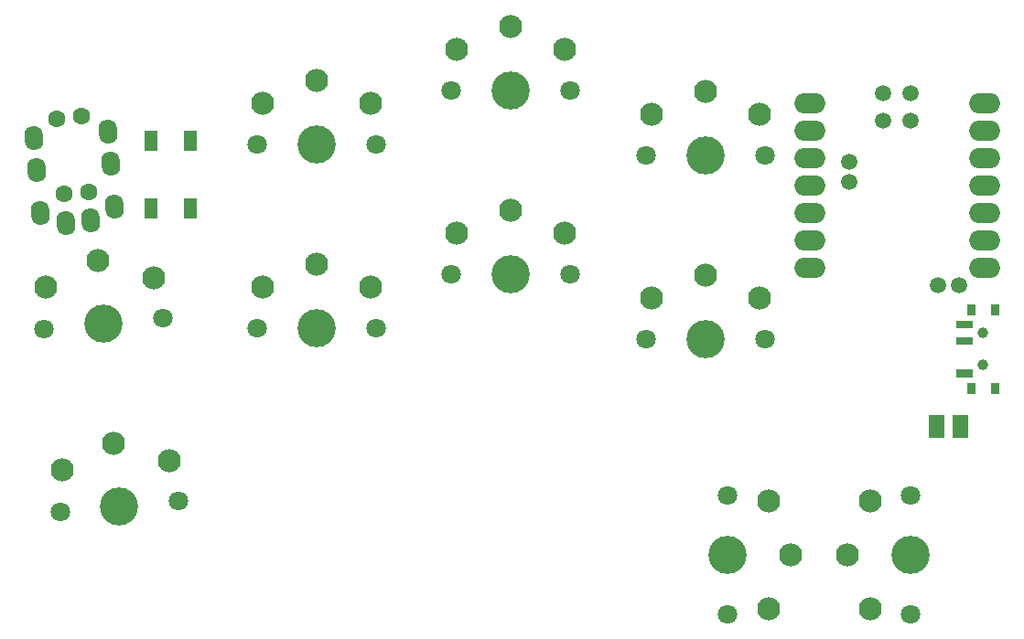
<source format=gbr>
%TF.GenerationSoftware,KiCad,Pcbnew,(6.99.0-1698-gc3bed8f6ee)*%
%TF.CreationDate,2022-08-24T14:05:48+02:00*%
%TF.ProjectId,tiny20_xiao,74696e79-3230-45f7-9869-616f2e6b6963,v1.0.0*%
%TF.SameCoordinates,Original*%
%TF.FileFunction,Soldermask,Top*%
%TF.FilePolarity,Negative*%
%FSLAX46Y46*%
G04 Gerber Fmt 4.6, Leading zero omitted, Abs format (unit mm)*
G04 Created by KiCad (PCBNEW (6.99.0-1698-gc3bed8f6ee)) date 2022-08-24 14:05:48*
%MOMM*%
%LPD*%
G01*
G04 APERTURE LIST*
G04 Aperture macros list*
%AMRoundRect*
0 Rectangle with rounded corners*
0 $1 Rounding radius*
0 $2 $3 $4 $5 $6 $7 $8 $9 X,Y pos of 4 corners*
0 Add a 4 corners polygon primitive as box body*
4,1,4,$2,$3,$4,$5,$6,$7,$8,$9,$2,$3,0*
0 Add four circle primitives for the rounded corners*
1,1,$1+$1,$2,$3*
1,1,$1+$1,$4,$5*
1,1,$1+$1,$6,$7*
1,1,$1+$1,$8,$9*
0 Add four rect primitives between the rounded corners*
20,1,$1+$1,$2,$3,$4,$5,0*
20,1,$1+$1,$4,$5,$6,$7,0*
20,1,$1+$1,$6,$7,$8,$9,0*
20,1,$1+$1,$8,$9,$2,$3,0*%
%AMHorizOval*
0 Thick line with rounded ends*
0 $1 width*
0 $2 $3 position (X,Y) of the first rounded end (center of the circle)*
0 $4 $5 position (X,Y) of the second rounded end (center of the circle)*
0 Add line between two ends*
20,1,$1,$2,$3,$4,$5,0*
0 Add two circle primitives to create the rounded ends*
1,1,$1,$2,$3*
1,1,$1,$4,$5*%
G04 Aperture macros list end*
%ADD10C,0.100000*%
%ADD11RoundRect,0.050000X0.550000X-0.900000X0.550000X0.900000X-0.550000X0.900000X-0.550000X-0.900000X0*%
%ADD12C,1.801800*%
%ADD13C,3.529000*%
%ADD14C,2.132000*%
%ADD15O,2.850000X1.900000*%
%ADD16C,1.497000*%
%ADD17HorizOval,1.700000X-0.026147X0.298858X0.026147X-0.298858X0*%
%ADD18C,1.600000*%
%ADD19C,1.000000*%
G04 APERTURE END LIST*
%TO.C,SW01*%
G36*
X285140000Y-124710000D02*
G01*
X284440000Y-124710000D01*
X284440000Y-123810000D01*
X285140000Y-123810000D01*
X285140000Y-124710000D01*
G37*
D10*
X285140000Y-124710000D02*
X284440000Y-124710000D01*
X284440000Y-123810000D01*
X285140000Y-123810000D01*
X285140000Y-124710000D01*
G36*
X282940000Y-124710000D02*
G01*
X282240000Y-124710000D01*
X282240000Y-123810000D01*
X282940000Y-123810000D01*
X282940000Y-124710000D01*
G37*
X282940000Y-124710000D02*
X282240000Y-124710000D01*
X282240000Y-123810000D01*
X282940000Y-123810000D01*
X282940000Y-124710000D01*
G36*
X282640000Y-125960000D02*
G01*
X281240000Y-125960000D01*
X281240000Y-125360000D01*
X282640000Y-125360000D01*
X282640000Y-125960000D01*
G37*
X282640000Y-125960000D02*
X281240000Y-125960000D01*
X281240000Y-125360000D01*
X282640000Y-125360000D01*
X282640000Y-125960000D01*
G36*
X282640000Y-127460000D02*
G01*
X281240000Y-127460000D01*
X281240000Y-126860000D01*
X282640000Y-126860000D01*
X282640000Y-127460000D01*
G37*
X282640000Y-127460000D02*
X281240000Y-127460000D01*
X281240000Y-126860000D01*
X282640000Y-126860000D01*
X282640000Y-127460000D01*
G36*
X282640000Y-130460000D02*
G01*
X281240000Y-130460000D01*
X281240000Y-129860000D01*
X282640000Y-129860000D01*
X282640000Y-130460000D01*
G37*
X282640000Y-130460000D02*
X281240000Y-130460000D01*
X281240000Y-129860000D01*
X282640000Y-129860000D01*
X282640000Y-130460000D01*
G36*
X285140000Y-132010000D02*
G01*
X284440000Y-132010000D01*
X284440000Y-131110000D01*
X285140000Y-131110000D01*
X285140000Y-132010000D01*
G37*
X285140000Y-132010000D02*
X284440000Y-132010000D01*
X284440000Y-131110000D01*
X285140000Y-131110000D01*
X285140000Y-132010000D01*
G36*
X282940000Y-132010000D02*
G01*
X282240000Y-132010000D01*
X282240000Y-131110000D01*
X282940000Y-131110000D01*
X282940000Y-132010000D01*
G37*
X282940000Y-132010000D02*
X282240000Y-132010000D01*
X282240000Y-131110000D01*
X282940000Y-131110000D01*
X282940000Y-132010000D01*
%TO.C,BT01*%
G36*
X282260000Y-136090000D02*
G01*
X280860000Y-136090000D01*
X280860000Y-134090000D01*
X282260000Y-134090000D01*
X282260000Y-136090000D01*
G37*
X282260000Y-136090000D02*
X280860000Y-136090000D01*
X280860000Y-134090000D01*
X282260000Y-134090000D01*
X282260000Y-136090000D01*
G36*
X280060000Y-136090000D02*
G01*
X278660000Y-136090000D01*
X278660000Y-134090000D01*
X280060000Y-134090000D01*
X280060000Y-136090000D01*
G37*
X280060000Y-136090000D02*
X278660000Y-136090000D01*
X278660000Y-134090000D01*
X280060000Y-134090000D01*
X280060000Y-136090000D01*
%TD*%
D11*
%TO.C,B1*%
X206703309Y-114882746D03*
X206703309Y-108682746D03*
X210403309Y-114882746D03*
X210403309Y-108682746D03*
%TD*%
D12*
%TO.C,S3*%
X216530147Y-125990773D03*
D13*
X222030147Y-125990773D03*
D12*
X227530147Y-125990773D03*
D14*
X217030147Y-122190773D03*
X227030147Y-122190773D03*
X222030147Y-120090773D03*
X222030147Y-120090773D03*
%TD*%
D12*
%TO.C,S9*%
X260030146Y-141490776D03*
D13*
X260030146Y-146990776D03*
D12*
X260030146Y-152490776D03*
D14*
X263830146Y-141990776D03*
X263830146Y-151990776D03*
X265930146Y-146990776D03*
X265930146Y-146990776D03*
%TD*%
D12*
%TO.C,S7*%
X252530146Y-126990772D03*
D13*
X258030146Y-126990772D03*
D12*
X263530146Y-126990772D03*
D14*
X253030146Y-123190772D03*
X263030146Y-123190772D03*
X258030146Y-121090772D03*
X258030146Y-121090772D03*
%TD*%
D12*
%TO.C,S4*%
X216530147Y-108990773D03*
D13*
X222030147Y-108990773D03*
D12*
X227530147Y-108990773D03*
D14*
X217030147Y-105190773D03*
X227030147Y-105190773D03*
X222030147Y-103090773D03*
X222030147Y-103090773D03*
%TD*%
D12*
%TO.C,S6*%
X234530147Y-103990775D03*
D13*
X240030147Y-103990775D03*
D12*
X245530147Y-103990775D03*
D14*
X235030147Y-100190775D03*
X245030147Y-100190775D03*
X240030147Y-98090775D03*
X240030147Y-98090775D03*
%TD*%
D15*
%TO.C,U1*%
X267664999Y-105179999D03*
X267664999Y-107719999D03*
X267664999Y-110259999D03*
X267664999Y-112799999D03*
X267664999Y-115339999D03*
X267664999Y-117879999D03*
X267664999Y-120419999D03*
X283854999Y-120419999D03*
X283854999Y-117879999D03*
X283854999Y-115339999D03*
X283854999Y-112799999D03*
X283854999Y-110259999D03*
X283854999Y-107719999D03*
X283854999Y-105179999D03*
D16*
X274490000Y-104228000D03*
X277030000Y-104228000D03*
X274490000Y-106768000D03*
X277030000Y-106768000D03*
X271315000Y-112483000D03*
X271315000Y-110578000D03*
X279570000Y-122008000D03*
X281475000Y-122008000D03*
%TD*%
D12*
%TO.C,S1*%
X198312441Y-143004483D03*
D13*
X203791512Y-142525126D03*
D12*
X209270583Y-142045769D03*
D14*
X198479347Y-139175365D03*
X208441294Y-138303807D03*
X203277293Y-136647577D03*
X203277293Y-136647577D03*
%TD*%
D12*
%TO.C,S8*%
X252530147Y-109990774D03*
D13*
X258030147Y-109990774D03*
D12*
X263530147Y-109990774D03*
D14*
X253030147Y-106190774D03*
X263030147Y-106190774D03*
X258030147Y-104090774D03*
X258030147Y-104090774D03*
%TD*%
D17*
%TO.C,TRRS*%
X202759594Y-107782855D03*
X195885851Y-108384230D03*
X203021062Y-110771439D03*
X196147318Y-111372814D03*
X203369685Y-114756218D03*
X196495941Y-115357593D03*
X201174308Y-116052490D03*
X198883060Y-116252949D03*
D18*
X200938989Y-113362766D03*
X200328898Y-106389403D03*
X198647741Y-113563224D03*
X198037651Y-106589861D03*
%TD*%
D12*
%TO.C,S2*%
X196830792Y-126069171D03*
D13*
X202309863Y-125589814D03*
D12*
X207788934Y-125110457D03*
D14*
X196997698Y-122240053D03*
X206959645Y-121368495D03*
X201795644Y-119712265D03*
X201795644Y-119712265D03*
%TD*%
D19*
%TO.C,SW01*%
X283690000Y-126410000D03*
X283690000Y-126410000D03*
X283690000Y-129410000D03*
X283690000Y-129410000D03*
%TD*%
D12*
%TO.C,S10*%
X277030146Y-152490773D03*
D13*
X277030146Y-146990773D03*
D12*
X277030146Y-141490773D03*
D14*
X273230146Y-151990773D03*
X273230146Y-141990773D03*
X271130146Y-146990773D03*
X271130146Y-146990773D03*
%TD*%
D12*
%TO.C,S5*%
X234530145Y-120990774D03*
D13*
X240030145Y-120990774D03*
D12*
X245530145Y-120990774D03*
D14*
X235030145Y-117190774D03*
X245030145Y-117190774D03*
X240030145Y-115090774D03*
X240030145Y-115090774D03*
%TD*%
M02*

</source>
